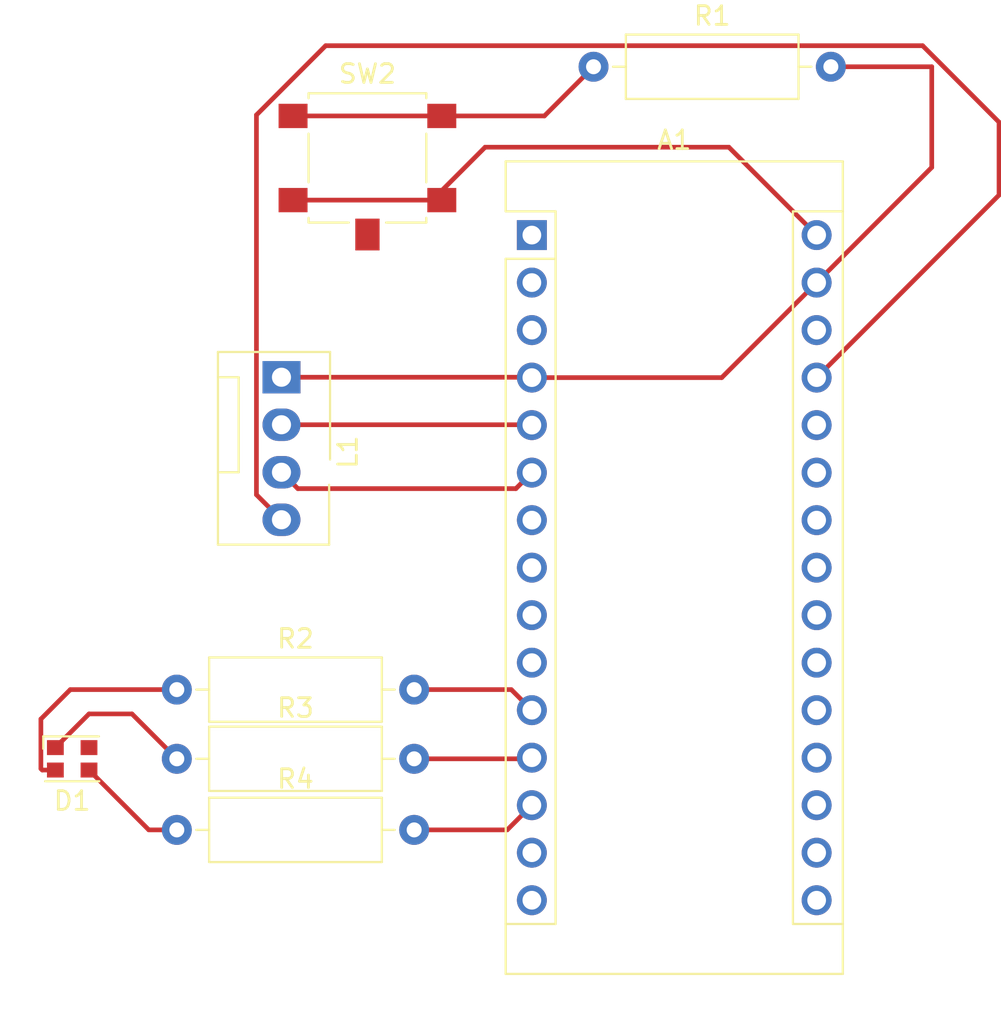
<source format=kicad_pcb>
(kicad_pcb (version 20171130) (host pcbnew "(5.1.10)-1")

  (general
    (thickness 1.6)
    (drawings 0)
    (tracks 43)
    (zones 0)
    (modules 8)
    (nets 34)
  )

  (page A4)
  (layers
    (0 F.Cu signal)
    (31 B.Cu signal)
    (32 B.Adhes user)
    (33 F.Adhes user)
    (34 B.Paste user)
    (35 F.Paste user)
    (36 B.SilkS user)
    (37 F.SilkS user)
    (38 B.Mask user)
    (39 F.Mask user)
    (40 Dwgs.User user)
    (41 Cmts.User user)
    (42 Eco1.User user)
    (43 Eco2.User user)
    (44 Edge.Cuts user)
    (45 Margin user)
    (46 B.CrtYd user)
    (47 F.CrtYd user)
    (48 B.Fab user)
    (49 F.Fab user)
  )

  (setup
    (last_trace_width 0.25)
    (trace_clearance 0.2)
    (zone_clearance 0.508)
    (zone_45_only no)
    (trace_min 0.2)
    (via_size 0.8)
    (via_drill 0.4)
    (via_min_size 0.4)
    (via_min_drill 0.3)
    (uvia_size 0.3)
    (uvia_drill 0.1)
    (uvias_allowed no)
    (uvia_min_size 0.2)
    (uvia_min_drill 0.1)
    (edge_width 0.05)
    (segment_width 0.2)
    (pcb_text_width 0.3)
    (pcb_text_size 1.5 1.5)
    (mod_edge_width 0.12)
    (mod_text_size 1 1)
    (mod_text_width 0.15)
    (pad_size 1.524 1.524)
    (pad_drill 0.762)
    (pad_to_mask_clearance 0)
    (aux_axis_origin 0 0)
    (visible_elements FFFFFF7F)
    (pcbplotparams
      (layerselection 0x010fc_ffffffff)
      (usegerberextensions false)
      (usegerberattributes true)
      (usegerberadvancedattributes true)
      (creategerberjobfile true)
      (excludeedgelayer true)
      (linewidth 0.100000)
      (plotframeref false)
      (viasonmask false)
      (mode 1)
      (useauxorigin false)
      (hpglpennumber 1)
      (hpglpenspeed 20)
      (hpglpendiameter 15.000000)
      (psnegative false)
      (psa4output false)
      (plotreference true)
      (plotvalue true)
      (plotinvisibletext false)
      (padsonsilk false)
      (subtractmaskfromsilk false)
      (outputformat 1)
      (mirror false)
      (drillshape 1)
      (scaleselection 1)
      (outputdirectory ""))
  )

  (net 0 "")
  (net 1 "Net-(A1-Pad16)")
  (net 2 "Net-(A1-Pad15)")
  (net 3 +5V)
  (net 4 "Net-(A1-Pad14)")
  (net 5 GND)
  (net 6 "Net-(A1-Pad13)")
  (net 7 "Net-(A1-Pad28)")
  (net 8 "Net-(A1-Pad12)")
  (net 9 "Net-(A1-Pad27)")
  (net 10 "Net-(A1-Pad11)")
  (net 11 "Net-(A1-Pad26)")
  (net 12 "Net-(A1-Pad10)")
  (net 13 "Net-(A1-Pad25)")
  (net 14 "Net-(A1-Pad9)")
  (net 15 "Net-(A1-Pad24)")
  (net 16 "Net-(A1-Pad8)")
  (net 17 "Net-(A1-Pad23)")
  (net 18 "Net-(A1-Pad7)")
  (net 19 "Net-(A1-Pad22)")
  (net 20 "Net-(A1-Pad6)")
  (net 21 "Net-(A1-Pad21)")
  (net 22 "Net-(A1-Pad5)")
  (net 23 "Net-(A1-Pad20)")
  (net 24 "Net-(A1-Pad19)")
  (net 25 "Net-(A1-Pad3)")
  (net 26 "Net-(A1-Pad18)")
  (net 27 "Net-(A1-Pad2)")
  (net 28 "Net-(A1-Pad17)")
  (net 29 "Net-(A1-Pad1)")
  (net 30 "Net-(D1-Pad3)")
  (net 31 "Net-(D1-Pad2)")
  (net 32 "Net-(D1-Pad1)")
  (net 33 "Net-(R1-Pad1)")

  (net_class Default "This is the default net class."
    (clearance 0.2)
    (trace_width 0.25)
    (via_dia 0.8)
    (via_drill 0.4)
    (uvia_dia 0.3)
    (uvia_drill 0.1)
    (add_net +5V)
    (add_net GND)
    (add_net "Net-(A1-Pad1)")
    (add_net "Net-(A1-Pad10)")
    (add_net "Net-(A1-Pad11)")
    (add_net "Net-(A1-Pad12)")
    (add_net "Net-(A1-Pad13)")
    (add_net "Net-(A1-Pad14)")
    (add_net "Net-(A1-Pad15)")
    (add_net "Net-(A1-Pad16)")
    (add_net "Net-(A1-Pad17)")
    (add_net "Net-(A1-Pad18)")
    (add_net "Net-(A1-Pad19)")
    (add_net "Net-(A1-Pad2)")
    (add_net "Net-(A1-Pad20)")
    (add_net "Net-(A1-Pad21)")
    (add_net "Net-(A1-Pad22)")
    (add_net "Net-(A1-Pad23)")
    (add_net "Net-(A1-Pad24)")
    (add_net "Net-(A1-Pad25)")
    (add_net "Net-(A1-Pad26)")
    (add_net "Net-(A1-Pad27)")
    (add_net "Net-(A1-Pad28)")
    (add_net "Net-(A1-Pad3)")
    (add_net "Net-(A1-Pad5)")
    (add_net "Net-(A1-Pad6)")
    (add_net "Net-(A1-Pad7)")
    (add_net "Net-(A1-Pad8)")
    (add_net "Net-(A1-Pad9)")
    (add_net "Net-(D1-Pad1)")
    (add_net "Net-(D1-Pad2)")
    (add_net "Net-(D1-Pad3)")
    (add_net "Net-(R1-Pad1)")
  )

  (module Button_Switch_SMD:SW_SPST_B3S-1100 (layer F.Cu) (tedit 5A02FC95) (tstamp 6230F7E3)
    (at 135.1 80.2)
    (descr "Surface Mount Tactile Switch for High-Density Packaging with Ground Terminal")
    (tags "Tactile Switch")
    (path /6233E6FF)
    (attr smd)
    (fp_text reference SW2 (at 0 -5.42) (layer F.SilkS)
      (effects (font (size 1 1) (thickness 0.15)))
    )
    (fp_text value SW_SPDT (at 0 5.08) (layer F.Fab)
      (effects (font (size 1 1) (thickness 0.15)))
    )
    (fp_text user %R (at 0 -5.42) (layer F.Fab)
      (effects (font (size 1 1) (thickness 0.15)))
    )
    (fp_line (start 5 2.78) (end 0.9 2.78) (layer F.CrtYd) (width 0.05))
    (fp_line (start -0.9 2.78) (end -0.9 4.28) (layer F.CrtYd) (width 0.05))
    (fp_line (start -0.9 4.28) (end 0.9 4.28) (layer F.CrtYd) (width 0.05))
    (fp_line (start 0.9 4.28) (end 0.9 2.78) (layer F.CrtYd) (width 0.05))
    (fp_line (start -3.15 2.53) (end -1 2.53) (layer F.SilkS) (width 0.12))
    (fp_line (start -5 2.78) (end -0.9 2.78) (layer F.CrtYd) (width 0.05))
    (fp_line (start 5 2.78) (end 5 -4.62) (layer F.CrtYd) (width 0.05))
    (fp_line (start 5 -4.62) (end -5 -4.62) (layer F.CrtYd) (width 0.05))
    (fp_line (start -5 -4.62) (end -5 2.78) (layer F.CrtYd) (width 0.05))
    (fp_line (start -3.15 -4.12) (end -3.15 -4.38) (layer F.SilkS) (width 0.12))
    (fp_line (start -3.15 -4.38) (end 3.15 -4.38) (layer F.SilkS) (width 0.12))
    (fp_line (start 3.15 -4.38) (end 3.15 -4.12) (layer F.SilkS) (width 0.12))
    (fp_line (start -3.15 0.38) (end -3.15 -2.22) (layer F.SilkS) (width 0.12))
    (fp_line (start 3.15 2.28) (end 3.15 2.53) (layer F.SilkS) (width 0.12))
    (fp_line (start 3.15 2.53) (end 1 2.53) (layer F.SilkS) (width 0.12))
    (fp_line (start -3.15 2.53) (end -3.15 2.28) (layer F.SilkS) (width 0.12))
    (fp_line (start 3.15 -2.22) (end 3.15 0.38) (layer F.SilkS) (width 0.12))
    (fp_line (start -3 -4.22) (end 3 -4.22) (layer F.Fab) (width 0.1))
    (fp_line (start 3 -4.22) (end 3 2.38) (layer F.Fab) (width 0.1))
    (fp_line (start 3 2.38) (end -3 2.38) (layer F.Fab) (width 0.1))
    (fp_line (start -3 2.38) (end -3 -4.22) (layer F.Fab) (width 0.1))
    (fp_circle (center 0 -0.92) (end 1.65 -0.92) (layer F.Fab) (width 0.1))
    (pad 3 smd rect (at 0 3.17) (size 1.3 1.7) (layers F.Cu F.Paste F.Mask)
      (net 18 "Net-(A1-Pad7)"))
    (pad 2 smd rect (at 3.98 1.33) (size 1.55 1.3) (layers F.Cu F.Paste F.Mask)
      (net 3 +5V))
    (pad 2 smd rect (at -3.98 1.33) (size 1.55 1.3) (layers F.Cu F.Paste F.Mask)
      (net 3 +5V))
    (pad 1 smd rect (at 3.98 -3.17) (size 1.55 1.3) (layers F.Cu F.Paste F.Mask)
      (net 33 "Net-(R1-Pad1)"))
    (pad 1 smd rect (at -3.98 -3.17) (size 1.55 1.3) (layers F.Cu F.Paste F.Mask)
      (net 33 "Net-(R1-Pad1)"))
    (model ${KISYS3DMOD}/Button_Switch_SMD.3dshapes/SW_SPST_B3S-1100.wrl
      (at (xyz 0 0 0))
      (scale (xyz 1 1 1))
      (rotate (xyz 0 0 0))
    )
  )

  (module Resistor_THT:R_Axial_DIN0309_L9.0mm_D3.2mm_P12.70mm_Horizontal (layer F.Cu) (tedit 5AE5139B) (tstamp 6230F7A9)
    (at 124.9 115.2)
    (descr "Resistor, Axial_DIN0309 series, Axial, Horizontal, pin pitch=12.7mm, 0.5W = 1/2W, length*diameter=9*3.2mm^2, http://cdn-reichelt.de/documents/datenblatt/B400/1_4W%23YAG.pdf")
    (tags "Resistor Axial_DIN0309 series Axial Horizontal pin pitch 12.7mm 0.5W = 1/2W length 9mm diameter 3.2mm")
    (path /6230CFB6)
    (fp_text reference R4 (at 6.35 -2.72) (layer F.SilkS)
      (effects (font (size 1 1) (thickness 0.15)))
    )
    (fp_text value 120R (at 6.35 2.72) (layer F.Fab)
      (effects (font (size 1 1) (thickness 0.15)))
    )
    (fp_text user %R (at 6.35 0) (layer F.Fab)
      (effects (font (size 1 1) (thickness 0.15)))
    )
    (fp_line (start 1.85 -1.6) (end 1.85 1.6) (layer F.Fab) (width 0.1))
    (fp_line (start 1.85 1.6) (end 10.85 1.6) (layer F.Fab) (width 0.1))
    (fp_line (start 10.85 1.6) (end 10.85 -1.6) (layer F.Fab) (width 0.1))
    (fp_line (start 10.85 -1.6) (end 1.85 -1.6) (layer F.Fab) (width 0.1))
    (fp_line (start 0 0) (end 1.85 0) (layer F.Fab) (width 0.1))
    (fp_line (start 12.7 0) (end 10.85 0) (layer F.Fab) (width 0.1))
    (fp_line (start 1.73 -1.72) (end 1.73 1.72) (layer F.SilkS) (width 0.12))
    (fp_line (start 1.73 1.72) (end 10.97 1.72) (layer F.SilkS) (width 0.12))
    (fp_line (start 10.97 1.72) (end 10.97 -1.72) (layer F.SilkS) (width 0.12))
    (fp_line (start 10.97 -1.72) (end 1.73 -1.72) (layer F.SilkS) (width 0.12))
    (fp_line (start 1.04 0) (end 1.73 0) (layer F.SilkS) (width 0.12))
    (fp_line (start 11.66 0) (end 10.97 0) (layer F.SilkS) (width 0.12))
    (fp_line (start -1.05 -1.85) (end -1.05 1.85) (layer F.CrtYd) (width 0.05))
    (fp_line (start -1.05 1.85) (end 13.75 1.85) (layer F.CrtYd) (width 0.05))
    (fp_line (start 13.75 1.85) (end 13.75 -1.85) (layer F.CrtYd) (width 0.05))
    (fp_line (start 13.75 -1.85) (end -1.05 -1.85) (layer F.CrtYd) (width 0.05))
    (pad 2 thru_hole oval (at 12.7 0) (size 1.6 1.6) (drill 0.8) (layers *.Cu *.Mask)
      (net 6 "Net-(A1-Pad13)"))
    (pad 1 thru_hole circle (at 0 0) (size 1.6 1.6) (drill 0.8) (layers *.Cu *.Mask)
      (net 30 "Net-(D1-Pad3)"))
    (model ${KISYS3DMOD}/Resistor_THT.3dshapes/R_Axial_DIN0309_L9.0mm_D3.2mm_P12.70mm_Horizontal.wrl
      (at (xyz 0 0 0))
      (scale (xyz 1 1 1))
      (rotate (xyz 0 0 0))
    )
  )

  (module Resistor_THT:R_Axial_DIN0309_L9.0mm_D3.2mm_P12.70mm_Horizontal (layer F.Cu) (tedit 5AE5139B) (tstamp 6230F792)
    (at 124.9 111.4)
    (descr "Resistor, Axial_DIN0309 series, Axial, Horizontal, pin pitch=12.7mm, 0.5W = 1/2W, length*diameter=9*3.2mm^2, http://cdn-reichelt.de/documents/datenblatt/B400/1_4W%23YAG.pdf")
    (tags "Resistor Axial_DIN0309 series Axial Horizontal pin pitch 12.7mm 0.5W = 1/2W length 9mm diameter 3.2mm")
    (path /6230CE1C)
    (fp_text reference R3 (at 6.35 -2.72) (layer F.SilkS)
      (effects (font (size 1 1) (thickness 0.15)))
    )
    (fp_text value 120R (at 6.35 2.72) (layer F.Fab)
      (effects (font (size 1 1) (thickness 0.15)))
    )
    (fp_text user %R (at 6.35 0) (layer F.Fab)
      (effects (font (size 1 1) (thickness 0.15)))
    )
    (fp_line (start 1.85 -1.6) (end 1.85 1.6) (layer F.Fab) (width 0.1))
    (fp_line (start 1.85 1.6) (end 10.85 1.6) (layer F.Fab) (width 0.1))
    (fp_line (start 10.85 1.6) (end 10.85 -1.6) (layer F.Fab) (width 0.1))
    (fp_line (start 10.85 -1.6) (end 1.85 -1.6) (layer F.Fab) (width 0.1))
    (fp_line (start 0 0) (end 1.85 0) (layer F.Fab) (width 0.1))
    (fp_line (start 12.7 0) (end 10.85 0) (layer F.Fab) (width 0.1))
    (fp_line (start 1.73 -1.72) (end 1.73 1.72) (layer F.SilkS) (width 0.12))
    (fp_line (start 1.73 1.72) (end 10.97 1.72) (layer F.SilkS) (width 0.12))
    (fp_line (start 10.97 1.72) (end 10.97 -1.72) (layer F.SilkS) (width 0.12))
    (fp_line (start 10.97 -1.72) (end 1.73 -1.72) (layer F.SilkS) (width 0.12))
    (fp_line (start 1.04 0) (end 1.73 0) (layer F.SilkS) (width 0.12))
    (fp_line (start 11.66 0) (end 10.97 0) (layer F.SilkS) (width 0.12))
    (fp_line (start -1.05 -1.85) (end -1.05 1.85) (layer F.CrtYd) (width 0.05))
    (fp_line (start -1.05 1.85) (end 13.75 1.85) (layer F.CrtYd) (width 0.05))
    (fp_line (start 13.75 1.85) (end 13.75 -1.85) (layer F.CrtYd) (width 0.05))
    (fp_line (start 13.75 -1.85) (end -1.05 -1.85) (layer F.CrtYd) (width 0.05))
    (pad 2 thru_hole oval (at 12.7 0) (size 1.6 1.6) (drill 0.8) (layers *.Cu *.Mask)
      (net 8 "Net-(A1-Pad12)"))
    (pad 1 thru_hole circle (at 0 0) (size 1.6 1.6) (drill 0.8) (layers *.Cu *.Mask)
      (net 32 "Net-(D1-Pad1)"))
    (model ${KISYS3DMOD}/Resistor_THT.3dshapes/R_Axial_DIN0309_L9.0mm_D3.2mm_P12.70mm_Horizontal.wrl
      (at (xyz 0 0 0))
      (scale (xyz 1 1 1))
      (rotate (xyz 0 0 0))
    )
  )

  (module Resistor_THT:R_Axial_DIN0309_L9.0mm_D3.2mm_P12.70mm_Horizontal (layer F.Cu) (tedit 5AE5139B) (tstamp 6230F77B)
    (at 124.9 107.7)
    (descr "Resistor, Axial_DIN0309 series, Axial, Horizontal, pin pitch=12.7mm, 0.5W = 1/2W, length*diameter=9*3.2mm^2, http://cdn-reichelt.de/documents/datenblatt/B400/1_4W%23YAG.pdf")
    (tags "Resistor Axial_DIN0309 series Axial Horizontal pin pitch 12.7mm 0.5W = 1/2W length 9mm diameter 3.2mm")
    (path /6230C6DA)
    (fp_text reference R2 (at 6.35 -2.72) (layer F.SilkS)
      (effects (font (size 1 1) (thickness 0.15)))
    )
    (fp_text value 180R (at 6.35 2.72) (layer F.Fab)
      (effects (font (size 1 1) (thickness 0.15)))
    )
    (fp_text user %R (at 6.35 0) (layer F.Fab)
      (effects (font (size 1 1) (thickness 0.15)))
    )
    (fp_line (start 1.85 -1.6) (end 1.85 1.6) (layer F.Fab) (width 0.1))
    (fp_line (start 1.85 1.6) (end 10.85 1.6) (layer F.Fab) (width 0.1))
    (fp_line (start 10.85 1.6) (end 10.85 -1.6) (layer F.Fab) (width 0.1))
    (fp_line (start 10.85 -1.6) (end 1.85 -1.6) (layer F.Fab) (width 0.1))
    (fp_line (start 0 0) (end 1.85 0) (layer F.Fab) (width 0.1))
    (fp_line (start 12.7 0) (end 10.85 0) (layer F.Fab) (width 0.1))
    (fp_line (start 1.73 -1.72) (end 1.73 1.72) (layer F.SilkS) (width 0.12))
    (fp_line (start 1.73 1.72) (end 10.97 1.72) (layer F.SilkS) (width 0.12))
    (fp_line (start 10.97 1.72) (end 10.97 -1.72) (layer F.SilkS) (width 0.12))
    (fp_line (start 10.97 -1.72) (end 1.73 -1.72) (layer F.SilkS) (width 0.12))
    (fp_line (start 1.04 0) (end 1.73 0) (layer F.SilkS) (width 0.12))
    (fp_line (start 11.66 0) (end 10.97 0) (layer F.SilkS) (width 0.12))
    (fp_line (start -1.05 -1.85) (end -1.05 1.85) (layer F.CrtYd) (width 0.05))
    (fp_line (start -1.05 1.85) (end 13.75 1.85) (layer F.CrtYd) (width 0.05))
    (fp_line (start 13.75 1.85) (end 13.75 -1.85) (layer F.CrtYd) (width 0.05))
    (fp_line (start 13.75 -1.85) (end -1.05 -1.85) (layer F.CrtYd) (width 0.05))
    (pad 2 thru_hole oval (at 12.7 0) (size 1.6 1.6) (drill 0.8) (layers *.Cu *.Mask)
      (net 10 "Net-(A1-Pad11)"))
    (pad 1 thru_hole circle (at 0 0) (size 1.6 1.6) (drill 0.8) (layers *.Cu *.Mask)
      (net 31 "Net-(D1-Pad2)"))
    (model ${KISYS3DMOD}/Resistor_THT.3dshapes/R_Axial_DIN0309_L9.0mm_D3.2mm_P12.70mm_Horizontal.wrl
      (at (xyz 0 0 0))
      (scale (xyz 1 1 1))
      (rotate (xyz 0 0 0))
    )
  )

  (module Resistor_THT:R_Axial_DIN0309_L9.0mm_D3.2mm_P12.70mm_Horizontal (layer F.Cu) (tedit 5AE5139B) (tstamp 6230F764)
    (at 147.2 74.4)
    (descr "Resistor, Axial_DIN0309 series, Axial, Horizontal, pin pitch=12.7mm, 0.5W = 1/2W, length*diameter=9*3.2mm^2, http://cdn-reichelt.de/documents/datenblatt/B400/1_4W%23YAG.pdf")
    (tags "Resistor Axial_DIN0309 series Axial Horizontal pin pitch 12.7mm 0.5W = 1/2W length 9mm diameter 3.2mm")
    (path /6230DED0)
    (fp_text reference R1 (at 6.35 -2.72) (layer F.SilkS)
      (effects (font (size 1 1) (thickness 0.15)))
    )
    (fp_text value R (at 6.35 2.72) (layer F.Fab)
      (effects (font (size 1 1) (thickness 0.15)))
    )
    (fp_text user %R (at 6.35 0) (layer F.Fab)
      (effects (font (size 1 1) (thickness 0.15)))
    )
    (fp_line (start 1.85 -1.6) (end 1.85 1.6) (layer F.Fab) (width 0.1))
    (fp_line (start 1.85 1.6) (end 10.85 1.6) (layer F.Fab) (width 0.1))
    (fp_line (start 10.85 1.6) (end 10.85 -1.6) (layer F.Fab) (width 0.1))
    (fp_line (start 10.85 -1.6) (end 1.85 -1.6) (layer F.Fab) (width 0.1))
    (fp_line (start 0 0) (end 1.85 0) (layer F.Fab) (width 0.1))
    (fp_line (start 12.7 0) (end 10.85 0) (layer F.Fab) (width 0.1))
    (fp_line (start 1.73 -1.72) (end 1.73 1.72) (layer F.SilkS) (width 0.12))
    (fp_line (start 1.73 1.72) (end 10.97 1.72) (layer F.SilkS) (width 0.12))
    (fp_line (start 10.97 1.72) (end 10.97 -1.72) (layer F.SilkS) (width 0.12))
    (fp_line (start 10.97 -1.72) (end 1.73 -1.72) (layer F.SilkS) (width 0.12))
    (fp_line (start 1.04 0) (end 1.73 0) (layer F.SilkS) (width 0.12))
    (fp_line (start 11.66 0) (end 10.97 0) (layer F.SilkS) (width 0.12))
    (fp_line (start -1.05 -1.85) (end -1.05 1.85) (layer F.CrtYd) (width 0.05))
    (fp_line (start -1.05 1.85) (end 13.75 1.85) (layer F.CrtYd) (width 0.05))
    (fp_line (start 13.75 1.85) (end 13.75 -1.85) (layer F.CrtYd) (width 0.05))
    (fp_line (start 13.75 -1.85) (end -1.05 -1.85) (layer F.CrtYd) (width 0.05))
    (pad 2 thru_hole oval (at 12.7 0) (size 1.6 1.6) (drill 0.8) (layers *.Cu *.Mask)
      (net 5 GND))
    (pad 1 thru_hole circle (at 0 0) (size 1.6 1.6) (drill 0.8) (layers *.Cu *.Mask)
      (net 33 "Net-(R1-Pad1)"))
    (model ${KISYS3DMOD}/Resistor_THT.3dshapes/R_Axial_DIN0309_L9.0mm_D3.2mm_P12.70mm_Horizontal.wrl
      (at (xyz 0 0 0))
      (scale (xyz 1 1 1))
      (rotate (xyz 0 0 0))
    )
  )

  (module Connector:FanPinHeader_1x04_P2.54mm_Vertical (layer F.Cu) (tedit 5A19DE55) (tstamp 6230F74D)
    (at 130.5 91 270)
    (descr "4-pin CPU fan Through hole pin header, e.g. for Wieson part number 2366C888-007 Molex 47053-1000, Foxconn HF27040-M1, Tyco 1470947-1 or equivalent, see http://www.formfactors.org/developer%5Cspecs%5Crev1_2_public.pdf")
    (tags "pin header 4-pin CPU fan")
    (path /6230D64D)
    (fp_text reference L1 (at 4 -3.55 90) (layer F.SilkS)
      (effects (font (size 1 1) (thickness 0.15)))
    )
    (fp_text value TFmini_Plus_LiDAR (at 4.05 4.35 90) (layer F.Fab)
      (effects (font (size 1 1) (thickness 0.15)))
    )
    (fp_text user %R (at 1.85 -1.75 90) (layer F.Fab)
      (effects (font (size 1 1) (thickness 0.15)))
    )
    (fp_line (start -1.35 -2.6) (end 4.4 -2.6) (layer F.SilkS) (width 0.12))
    (fp_line (start 5.75 -2.55) (end 8.95 -2.55) (layer F.SilkS) (width 0.12))
    (fp_line (start 8.95 -2.55) (end 8.95 3.4) (layer F.SilkS) (width 0.12))
    (fp_line (start 8.95 3.4) (end -1.35 3.4) (layer F.SilkS) (width 0.12))
    (fp_line (start -1.35 3.4) (end -1.35 -2.6) (layer F.SilkS) (width 0.12))
    (fp_line (start 5.1 3.3) (end 5.1 2.3) (layer F.Fab) (width 0.1))
    (fp_line (start 5.1 2.3) (end 0 2.3) (layer F.Fab) (width 0.1))
    (fp_line (start 0 2.3) (end 0 3.3) (layer F.Fab) (width 0.1))
    (fp_line (start 5.75 -2.5) (end 8.85 -2.5) (layer F.Fab) (width 0.1))
    (fp_line (start 8.85 -2.5) (end 8.85 3.3) (layer F.Fab) (width 0.1))
    (fp_line (start 8.85 3.3) (end -1.2 3.3) (layer F.Fab) (width 0.1))
    (fp_line (start -1.2 3.3) (end -1.25 3.3) (layer F.Fab) (width 0.1))
    (fp_line (start -1.25 3.3) (end -1.25 -2.5) (layer F.Fab) (width 0.1))
    (fp_line (start -1.25 -2.5) (end 4.4 -2.5) (layer F.Fab) (width 0.1))
    (fp_line (start 0 3.3) (end 0 2.29) (layer F.SilkS) (width 0.12))
    (fp_line (start 0 2.29) (end 5.08 2.29) (layer F.SilkS) (width 0.12))
    (fp_line (start 5.08 2.29) (end 5.08 3.3) (layer F.SilkS) (width 0.12))
    (fp_line (start -1.75 3.8) (end -1.75 -3.2) (layer F.CrtYd) (width 0.05))
    (fp_line (start -1.75 3.8) (end 9.35 3.8) (layer F.CrtYd) (width 0.05))
    (fp_line (start 9.35 -3.2) (end -1.75 -3.2) (layer F.CrtYd) (width 0.05))
    (fp_line (start 9.35 -3.2) (end 9.35 3.8) (layer F.CrtYd) (width 0.05))
    (pad "" np_thru_hole circle (at 5.08 -2.16) (size 1.1 1.1) (drill 1.1) (layers *.Cu *.Mask))
    (pad 4 thru_hole oval (at 7.62 0) (size 2.03 1.73) (drill 1.02) (layers *.Cu *.Mask)
      (net 9 "Net-(A1-Pad27)"))
    (pad 3 thru_hole oval (at 5.08 0) (size 2.03 1.73) (drill 1.02) (layers *.Cu *.Mask)
      (net 20 "Net-(A1-Pad6)"))
    (pad 2 thru_hole oval (at 2.54 0) (size 2.03 1.73) (drill 1.02) (layers *.Cu *.Mask)
      (net 22 "Net-(A1-Pad5)"))
    (pad 1 thru_hole rect (at 0 0) (size 2.03 1.73) (drill 1.02) (layers *.Cu *.Mask)
      (net 5 GND))
    (model ${KISYS3DMOD}/Connector.3dshapes/FanPinHeader_1x04_P2.54mm_Vertical.wrl
      (at (xyz 0 0 0))
      (scale (xyz 1 1 1))
      (rotate (xyz 0 0 0))
    )
  )

  (module LED_SMD:LED_ASMB-KTF0-0A306 (layer F.Cu) (tedit 5E73B69F) (tstamp 6230F72E)
    (at 119.3 111.4)
    (descr "2220 Tricolor PLCC-4 LED, https://docs.broadcom.com/docs/ASMB-KTF0-0A306-DS100")
    (tags "Tricolor LED")
    (path /6230AA77)
    (attr smd)
    (fp_text reference D1 (at 0 2.25) (layer F.SilkS)
      (effects (font (size 1 1) (thickness 0.15)))
    )
    (fp_text value LED_GRBC (at 0 -2) (layer F.Fab)
      (effects (font (size 1 1) (thickness 0.15)))
    )
    (fp_text user %R (at 0 2.25) (layer F.Fab)
      (effects (font (size 1 1) (thickness 0.15)))
    )
    (fp_line (start -1.1 -0.5) (end -0.6 -1) (layer F.Fab) (width 0.1))
    (fp_line (start -1.1 -1) (end -1.1 1) (layer F.Fab) (width 0.1))
    (fp_line (start -1.1 1) (end 1.1 1) (layer F.Fab) (width 0.1))
    (fp_line (start 1.1 1) (end 1.1 -1) (layer F.Fab) (width 0.1))
    (fp_line (start 1.1 -1) (end -1.1 -1) (layer F.Fab) (width 0.1))
    (fp_line (start -1.55 -1.2) (end -1.55 -0.54) (layer F.SilkS) (width 0.12))
    (fp_line (start -1.55 -1.2) (end 1.43 -1.2) (layer F.SilkS) (width 0.12))
    (fp_line (start -1.45 1.2) (end 1.45 1.2) (layer F.SilkS) (width 0.12))
    (fp_line (start -1.6 -1.25) (end 1.6 -1.25) (layer F.CrtYd) (width 0.05))
    (fp_line (start -1.6 -1.25) (end -1.6 1.25) (layer F.CrtYd) (width 0.05))
    (fp_line (start 1.6 1.25) (end 1.6 -1.25) (layer F.CrtYd) (width 0.05))
    (fp_line (start 1.6 1.25) (end -1.6 1.25) (layer F.CrtYd) (width 0.05))
    (pad 4 smd rect (at 0.9 -0.6) (size 0.9 0.8) (layers F.Cu F.Paste F.Mask)
      (net 5 GND))
    (pad 3 smd rect (at 0.9 0.6) (size 0.9 0.8) (layers F.Cu F.Paste F.Mask)
      (net 30 "Net-(D1-Pad3)"))
    (pad 2 smd rect (at -0.9 0.6) (size 0.9 0.8) (layers F.Cu F.Paste F.Mask)
      (net 31 "Net-(D1-Pad2)"))
    (pad 1 smd rect (at -0.9 -0.6) (size 0.9 0.8) (layers F.Cu F.Paste F.Mask)
      (net 32 "Net-(D1-Pad1)"))
    (model ${KISYS3DMOD}/LED_SMD.3dshapes/LED_ASMB-KTF0-0A306.wrl
      (at (xyz 0 0 0))
      (scale (xyz 1 1 1))
      (rotate (xyz 0 0 0))
    )
  )

  (module Module:Arduino_Nano (layer F.Cu) (tedit 58ACAF70) (tstamp 6230F719)
    (at 143.9 83.4)
    (descr "Arduino Nano, http://www.mouser.com/pdfdocs/Gravitech_Arduino_Nano3_0.pdf")
    (tags "Arduino Nano")
    (path /623086B0)
    (fp_text reference A1 (at 7.62 -5.08) (layer F.SilkS)
      (effects (font (size 1 1) (thickness 0.15)))
    )
    (fp_text value Arduino_Nano_Every (at 8.89 19.05 90) (layer F.Fab)
      (effects (font (size 1 1) (thickness 0.15)))
    )
    (fp_text user %R (at 6.35 19.05 90) (layer F.Fab)
      (effects (font (size 1 1) (thickness 0.15)))
    )
    (fp_line (start 1.27 1.27) (end 1.27 -1.27) (layer F.SilkS) (width 0.12))
    (fp_line (start 1.27 -1.27) (end -1.4 -1.27) (layer F.SilkS) (width 0.12))
    (fp_line (start -1.4 1.27) (end -1.4 39.5) (layer F.SilkS) (width 0.12))
    (fp_line (start -1.4 -3.94) (end -1.4 -1.27) (layer F.SilkS) (width 0.12))
    (fp_line (start 13.97 -1.27) (end 16.64 -1.27) (layer F.SilkS) (width 0.12))
    (fp_line (start 13.97 -1.27) (end 13.97 36.83) (layer F.SilkS) (width 0.12))
    (fp_line (start 13.97 36.83) (end 16.64 36.83) (layer F.SilkS) (width 0.12))
    (fp_line (start 1.27 1.27) (end -1.4 1.27) (layer F.SilkS) (width 0.12))
    (fp_line (start 1.27 1.27) (end 1.27 36.83) (layer F.SilkS) (width 0.12))
    (fp_line (start 1.27 36.83) (end -1.4 36.83) (layer F.SilkS) (width 0.12))
    (fp_line (start 3.81 31.75) (end 11.43 31.75) (layer F.Fab) (width 0.1))
    (fp_line (start 11.43 31.75) (end 11.43 41.91) (layer F.Fab) (width 0.1))
    (fp_line (start 11.43 41.91) (end 3.81 41.91) (layer F.Fab) (width 0.1))
    (fp_line (start 3.81 41.91) (end 3.81 31.75) (layer F.Fab) (width 0.1))
    (fp_line (start -1.4 39.5) (end 16.64 39.5) (layer F.SilkS) (width 0.12))
    (fp_line (start 16.64 39.5) (end 16.64 -3.94) (layer F.SilkS) (width 0.12))
    (fp_line (start 16.64 -3.94) (end -1.4 -3.94) (layer F.SilkS) (width 0.12))
    (fp_line (start 16.51 39.37) (end -1.27 39.37) (layer F.Fab) (width 0.1))
    (fp_line (start -1.27 39.37) (end -1.27 -2.54) (layer F.Fab) (width 0.1))
    (fp_line (start -1.27 -2.54) (end 0 -3.81) (layer F.Fab) (width 0.1))
    (fp_line (start 0 -3.81) (end 16.51 -3.81) (layer F.Fab) (width 0.1))
    (fp_line (start 16.51 -3.81) (end 16.51 39.37) (layer F.Fab) (width 0.1))
    (fp_line (start -1.53 -4.06) (end 16.75 -4.06) (layer F.CrtYd) (width 0.05))
    (fp_line (start -1.53 -4.06) (end -1.53 42.16) (layer F.CrtYd) (width 0.05))
    (fp_line (start 16.75 42.16) (end 16.75 -4.06) (layer F.CrtYd) (width 0.05))
    (fp_line (start 16.75 42.16) (end -1.53 42.16) (layer F.CrtYd) (width 0.05))
    (pad 16 thru_hole oval (at 15.24 35.56) (size 1.6 1.6) (drill 1) (layers *.Cu *.Mask)
      (net 1 "Net-(A1-Pad16)"))
    (pad 15 thru_hole oval (at 0 35.56) (size 1.6 1.6) (drill 1) (layers *.Cu *.Mask)
      (net 2 "Net-(A1-Pad15)"))
    (pad 30 thru_hole oval (at 15.24 0) (size 1.6 1.6) (drill 1) (layers *.Cu *.Mask)
      (net 3 +5V))
    (pad 14 thru_hole oval (at 0 33.02) (size 1.6 1.6) (drill 1) (layers *.Cu *.Mask)
      (net 4 "Net-(A1-Pad14)"))
    (pad 29 thru_hole oval (at 15.24 2.54) (size 1.6 1.6) (drill 1) (layers *.Cu *.Mask)
      (net 5 GND))
    (pad 13 thru_hole oval (at 0 30.48) (size 1.6 1.6) (drill 1) (layers *.Cu *.Mask)
      (net 6 "Net-(A1-Pad13)"))
    (pad 28 thru_hole oval (at 15.24 5.08) (size 1.6 1.6) (drill 1) (layers *.Cu *.Mask)
      (net 7 "Net-(A1-Pad28)"))
    (pad 12 thru_hole oval (at 0 27.94) (size 1.6 1.6) (drill 1) (layers *.Cu *.Mask)
      (net 8 "Net-(A1-Pad12)"))
    (pad 27 thru_hole oval (at 15.24 7.62) (size 1.6 1.6) (drill 1) (layers *.Cu *.Mask)
      (net 9 "Net-(A1-Pad27)"))
    (pad 11 thru_hole oval (at 0 25.4) (size 1.6 1.6) (drill 1) (layers *.Cu *.Mask)
      (net 10 "Net-(A1-Pad11)"))
    (pad 26 thru_hole oval (at 15.24 10.16) (size 1.6 1.6) (drill 1) (layers *.Cu *.Mask)
      (net 11 "Net-(A1-Pad26)"))
    (pad 10 thru_hole oval (at 0 22.86) (size 1.6 1.6) (drill 1) (layers *.Cu *.Mask)
      (net 12 "Net-(A1-Pad10)"))
    (pad 25 thru_hole oval (at 15.24 12.7) (size 1.6 1.6) (drill 1) (layers *.Cu *.Mask)
      (net 13 "Net-(A1-Pad25)"))
    (pad 9 thru_hole oval (at 0 20.32) (size 1.6 1.6) (drill 1) (layers *.Cu *.Mask)
      (net 14 "Net-(A1-Pad9)"))
    (pad 24 thru_hole oval (at 15.24 15.24) (size 1.6 1.6) (drill 1) (layers *.Cu *.Mask)
      (net 15 "Net-(A1-Pad24)"))
    (pad 8 thru_hole oval (at 0 17.78) (size 1.6 1.6) (drill 1) (layers *.Cu *.Mask)
      (net 16 "Net-(A1-Pad8)"))
    (pad 23 thru_hole oval (at 15.24 17.78) (size 1.6 1.6) (drill 1) (layers *.Cu *.Mask)
      (net 17 "Net-(A1-Pad23)"))
    (pad 7 thru_hole oval (at 0 15.24) (size 1.6 1.6) (drill 1) (layers *.Cu *.Mask)
      (net 18 "Net-(A1-Pad7)"))
    (pad 22 thru_hole oval (at 15.24 20.32) (size 1.6 1.6) (drill 1) (layers *.Cu *.Mask)
      (net 19 "Net-(A1-Pad22)"))
    (pad 6 thru_hole oval (at 0 12.7) (size 1.6 1.6) (drill 1) (layers *.Cu *.Mask)
      (net 20 "Net-(A1-Pad6)"))
    (pad 21 thru_hole oval (at 15.24 22.86) (size 1.6 1.6) (drill 1) (layers *.Cu *.Mask)
      (net 21 "Net-(A1-Pad21)"))
    (pad 5 thru_hole oval (at 0 10.16) (size 1.6 1.6) (drill 1) (layers *.Cu *.Mask)
      (net 22 "Net-(A1-Pad5)"))
    (pad 20 thru_hole oval (at 15.24 25.4) (size 1.6 1.6) (drill 1) (layers *.Cu *.Mask)
      (net 23 "Net-(A1-Pad20)"))
    (pad 4 thru_hole oval (at 0 7.62) (size 1.6 1.6) (drill 1) (layers *.Cu *.Mask)
      (net 5 GND))
    (pad 19 thru_hole oval (at 15.24 27.94) (size 1.6 1.6) (drill 1) (layers *.Cu *.Mask)
      (net 24 "Net-(A1-Pad19)"))
    (pad 3 thru_hole oval (at 0 5.08) (size 1.6 1.6) (drill 1) (layers *.Cu *.Mask)
      (net 25 "Net-(A1-Pad3)"))
    (pad 18 thru_hole oval (at 15.24 30.48) (size 1.6 1.6) (drill 1) (layers *.Cu *.Mask)
      (net 26 "Net-(A1-Pad18)"))
    (pad 2 thru_hole oval (at 0 2.54) (size 1.6 1.6) (drill 1) (layers *.Cu *.Mask)
      (net 27 "Net-(A1-Pad2)"))
    (pad 17 thru_hole oval (at 15.24 33.02) (size 1.6 1.6) (drill 1) (layers *.Cu *.Mask)
      (net 28 "Net-(A1-Pad17)"))
    (pad 1 thru_hole rect (at 0 0) (size 1.6 1.6) (drill 1) (layers *.Cu *.Mask)
      (net 29 "Net-(A1-Pad1)"))
    (model ${KISYS3DMOD}/Module.3dshapes/Arduino_Nano_WithMountingHoles.wrl
      (at (xyz 0 0 0))
      (scale (xyz 1 1 1))
      (rotate (xyz 0 0 0))
    )
  )

  (segment (start 139.08 81.53) (end 139.08 81.02) (width 0.25) (layer F.Cu) (net 3))
  (segment (start 139.08 81.02) (end 141.4 78.7) (width 0.25) (layer F.Cu) (net 3))
  (segment (start 154.44 78.7) (end 159.14 83.4) (width 0.25) (layer F.Cu) (net 3))
  (segment (start 141.4 78.7) (end 154.44 78.7) (width 0.25) (layer F.Cu) (net 3))
  (segment (start 131.12 81.53) (end 139.08 81.53) (width 0.25) (layer F.Cu) (net 3))
  (segment (start 159.9 74.4) (end 165.3 74.4) (width 0.25) (layer F.Cu) (net 5))
  (segment (start 165.3 79.78) (end 159.14 85.94) (width 0.25) (layer F.Cu) (net 5))
  (segment (start 165.3 74.4) (end 165.3 79.78) (width 0.25) (layer F.Cu) (net 5))
  (segment (start 143.88 91) (end 143.9 91.02) (width 0.25) (layer F.Cu) (net 5))
  (segment (start 130.5 91) (end 143.88 91) (width 0.25) (layer F.Cu) (net 5))
  (segment (start 154.06 91.02) (end 159.14 85.94) (width 0.25) (layer F.Cu) (net 5))
  (segment (start 143.9 91.02) (end 154.06 91.02) (width 0.25) (layer F.Cu) (net 5))
  (segment (start 142.58 115.2) (end 143.9 113.88) (width 0.25) (layer F.Cu) (net 6))
  (segment (start 137.6 115.2) (end 142.58 115.2) (width 0.25) (layer F.Cu) (net 6))
  (segment (start 143.84 111.4) (end 143.9 111.34) (width 0.25) (layer F.Cu) (net 8))
  (segment (start 137.6 111.4) (end 143.84 111.4) (width 0.25) (layer F.Cu) (net 8))
  (segment (start 159.14 91.02) (end 168.9 81.26) (width 0.25) (layer F.Cu) (net 9))
  (segment (start 129.15999 97.27999) (end 130.5 98.62) (width 0.25) (layer F.Cu) (net 9))
  (segment (start 129.15999 76.980008) (end 129.15999 97.27999) (width 0.25) (layer F.Cu) (net 9))
  (segment (start 132.864999 73.274999) (end 129.15999 76.980008) (width 0.25) (layer F.Cu) (net 9))
  (segment (start 164.811409 73.274999) (end 132.864999 73.274999) (width 0.25) (layer F.Cu) (net 9))
  (segment (start 168.9 77.36359) (end 164.811409 73.274999) (width 0.25) (layer F.Cu) (net 9))
  (segment (start 168.9 81.26) (end 168.9 77.36359) (width 0.25) (layer F.Cu) (net 9))
  (segment (start 142.8 107.7) (end 143.9 108.8) (width 0.25) (layer F.Cu) (net 10))
  (segment (start 137.6 107.7) (end 142.8 107.7) (width 0.25) (layer F.Cu) (net 10))
  (segment (start 143.044999 96.955001) (end 143.9 96.1) (width 0.25) (layer F.Cu) (net 20))
  (segment (start 131.375001 96.955001) (end 143.044999 96.955001) (width 0.25) (layer F.Cu) (net 20))
  (segment (start 130.5 96.08) (end 131.375001 96.955001) (width 0.25) (layer F.Cu) (net 20))
  (segment (start 143.88 93.54) (end 143.9 93.56) (width 0.25) (layer F.Cu) (net 22))
  (segment (start 130.5 93.54) (end 143.88 93.54) (width 0.25) (layer F.Cu) (net 22))
  (segment (start 123.4 115.2) (end 120.2 112) (width 0.25) (layer F.Cu) (net 30))
  (segment (start 124.9 115.2) (end 123.4 115.2) (width 0.25) (layer F.Cu) (net 30))
  (segment (start 124.9 107.7) (end 119.2 107.7) (width 0.25) (layer F.Cu) (net 31))
  (segment (start 117.7 112) (end 118.4 112) (width 0.25) (layer F.Cu) (net 31))
  (segment (start 117.624999 111.924999) (end 117.7 112) (width 0.25) (layer F.Cu) (net 31))
  (segment (start 117.624999 109.275001) (end 117.624999 111.924999) (width 0.25) (layer F.Cu) (net 31))
  (segment (start 119.2 107.7) (end 117.624999 109.275001) (width 0.25) (layer F.Cu) (net 31))
  (segment (start 124.9 111.4) (end 122.5 109) (width 0.25) (layer F.Cu) (net 32))
  (segment (start 120.2 109) (end 118.4 110.8) (width 0.25) (layer F.Cu) (net 32))
  (segment (start 122.5 109) (end 120.2 109) (width 0.25) (layer F.Cu) (net 32))
  (segment (start 144.57 77.03) (end 147.2 74.4) (width 0.25) (layer F.Cu) (net 33))
  (segment (start 139.08 77.03) (end 144.57 77.03) (width 0.25) (layer F.Cu) (net 33))
  (segment (start 131.12 77.03) (end 139.08 77.03) (width 0.25) (layer F.Cu) (net 33))

)

</source>
